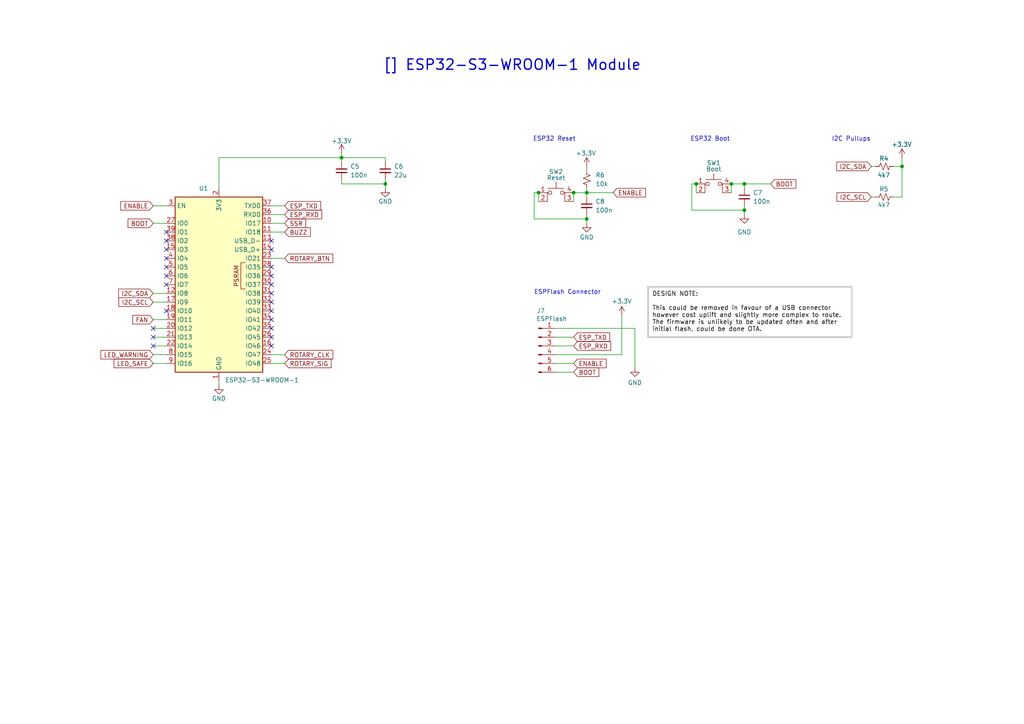
<source format=kicad_sch>
(kicad_sch (version 20250114) (generator "eeschema") (generator_version "9.0")
  (paper "A4")
  (title_block (title "ESP32-S3-WROOM-1 Module") (date "2025-03-08") (rev "1.2") (company "Wattle Labs"))
  (lib_symbols
    (symbol "Connector:Conn_01x06_Pin" (pin_names (offset 1.016) (hide yes))
      (property "Reference" "J" (at 0 7.62 0))
      (property "Value" "Conn_01x06_Pin" (at 0 -10.16 0))
      (symbol "Conn_01x06_Pin_1_1"
        (rectangle (start 0.8636 5.207) (end 0 4.953) (stroke (width 0.1524)) (fill (type outline)))
        (rectangle (start 0.8636 2.667) (end 0 2.413) (stroke (width 0.1524)) (fill (type outline)))
        (rectangle (start 0.8636 0.127) (end 0 -0.127) (stroke (width 0.1524)) (fill (type outline)))
        (rectangle (start 0.8636 -2.413) (end 0 -2.667) (stroke (width 0.1524)) (fill (type outline)))
        (rectangle (start 0.8636 -4.953) (end 0 -5.207) (stroke (width 0.1524)) (fill (type outline)))
        (rectangle (start 0.8636 -7.493) (end 0 -7.747) (stroke (width 0.1524)) (fill (type outline)))
        (polyline (pts (xy 1.27 5.08) (xy 0.8636 5.08)) (stroke (width 0.1524)))
        (polyline (pts (xy 1.27 2.54) (xy 0.8636 2.54)) (stroke (width 0.1524)))
        (polyline (pts (xy 1.27 0) (xy 0.8636 0)) (stroke (width 0.1524)))
        (polyline (pts (xy 1.27 -2.54) (xy 0.8636 -2.54)) (stroke (width 0.1524)))
        (polyline (pts (xy 1.27 -5.08) (xy 0.8636 -5.08)) (stroke (width 0.1524)))
        (polyline (pts (xy 1.27 -7.62) (xy 0.8636 -7.62)) (stroke (width 0.1524)))
        (pin passive line (at 5.08 5.08 180) (length 3.81) (name "Pin_1") (number "1"))
        (pin passive line (at 5.08 2.54 180) (length 3.81) (name "Pin_2") (number "2"))
        (pin passive line (at 5.08 0 180) (length 3.81) (name "Pin_3") (number "3"))
        (pin passive line (at 5.08 -2.54 180) (length 3.81) (name "Pin_4") (number "4"))
        (pin passive line (at 5.08 -5.08 180) (length 3.81) (name "Pin_5") (number "5"))
        (pin passive line (at 5.08 -7.62 180) (length 3.81) (name "Pin_6") (number "6"))
      )
    )
    (symbol "Device:C_Small" (pin_numbers (hide yes)) (pin_names (offset 0.254) (hide yes))
      (property "Reference" "C" (at 0.254 1.778 0))
      (property "Value" "C_Small" (at 0.254 -2.032 0))
      (symbol "C_Small_0_1"
        (polyline (pts (xy -1.524 0.508) (xy 1.524 0.508)) (stroke (width 0.3048)))
        (polyline (pts (xy -1.524 -0.508) (xy 1.524 -0.508)) (stroke (width 0.3302)))
      )
      (symbol "C_Small_1_1"
        (pin passive line (at 0 2.54 270) (length 2.032) (name "~") (number "1"))
        (pin passive line (at 0 -2.54 90) (length 2.032) (name "~") (number "2"))
      )
    )
    (symbol "Device:R_Small_US" (pin_numbers (hide yes)) (pin_names (offset 0.254) (hide yes))
      (property "Reference" "R" (at 0.762 0.508 0))
      (property "Value" "R_Small_US" (at 0.762 -1.016 0))
      (symbol "R_Small_US_1_1"
        (polyline (pts (xy 0 1.524) (xy 1.016 1.143) (xy 0 0.762) (xy -1.016 0.381) (xy 0 0)))
        (polyline (pts (xy 0 0) (xy 1.016 -0.381) (xy 0 -0.762) (xy -1.016 -1.143) (xy 0 -1.524)))
        (pin passive line (at 0 2.54 270) (length 1.016) (name "~") (number "1"))
        (pin passive line (at 0 -2.54 90) (length 1.016) (name "~") (number "2"))
      )
    )
    (symbol "RF_Module:ESP32-S3-WROOM-1"
      (property "Reference" "U" (at -12.7 26.67 0))
      (property "Value" "ESP32-S3-WROOM-1" (at 12.7 26.67 0))
      (symbol "ESP32-S3-WROOM-1_0_0"
        (rectangle (start -12.7 25.4) (end 12.7 -25.4) (stroke (width 0.254)) (fill (type background)))
        (text "PSRAM" (at 5.08 2.54 900) (effects (font (size 1.27 1.27))))
      )
      (symbol "ESP32-S3-WROOM-1_0_1"
        (polyline (pts (xy 7.62 -1.27) (xy 6.35 -1.27) (xy 6.35 6.35) (xy 7.62 6.35)))
      )
      (symbol "ESP32-S3-WROOM-1_1_1"
        (pin input line (at -15.24 22.86 0) (length 2.54) (name "EN") (number "3"))
        (pin bidirectional line (at -15.24 17.78 0) (length 2.54) (name "IO0") (number "27"))
        (pin bidirectional line (at -15.24 15.24 0) (length 2.54) (name "IO1") (number "39"))
        (pin bidirectional line (at -15.24 12.7 0) (length 2.54) (name "IO2") (number "38"))
        (pin bidirectional line (at -15.24 10.16 0) (length 2.54) (name "IO3") (number "15"))
        (pin bidirectional line (at -15.24 7.62 0) (length 2.54) (name "IO4") (number "4"))
        (pin bidirectional line (at -15.24 5.08 0) (length 2.54) (name "IO5") (number "5"))
        (pin bidirectional line (at -15.24 2.54 0) (length 2.54) (name "IO6") (number "6"))
        (pin bidirectional line (at -15.24 0 0) (length 2.54) (name "IO7") (number "7"))
        (pin bidirectional line (at -15.24 -2.54 0) (length 2.54) (name "IO8") (number "12"))
        (pin bidirectional line (at -15.24 -5.08 0) (length 2.54) (name "IO9") (number "17"))
        (pin bidirectional line (at -15.24 -7.62 0) (length 2.54) (name "IO10") (number "18"))
        (pin bidirectional line (at -15.24 -10.16 0) (length 2.54) (name "IO11") (number "19"))
        (pin bidirectional line (at -15.24 -12.7 0) (length 2.54) (name "IO12") (number "20"))
        (pin bidirectional line (at -15.24 -15.24 0) (length 2.54) (name "IO13") (number "21"))
        (pin bidirectional line (at -15.24 -17.78 0) (length 2.54) (name "IO14") (number "22"))
        (pin bidirectional line (at -15.24 -20.32 0) (length 2.54) (name "IO15") (number "8"))
        (pin bidirectional line (at -15.24 -22.86 0) (length 2.54) (name "IO16") (number "9"))
        (pin power_in line (at 0 27.94 270) (length 2.54) (name "3V3") (number "2"))
        (pin power_in line (at 0 -27.94 90) (length 2.54) (name "GND") (number "1"))
        (pin passive line (at 0 -27.94 90) (length 2.54) (hide yes) (name "GND") (number "40"))
        (pin passive line (at 0 -27.94 90) (length 2.54) (hide yes) (name "GND") (number "41"))
        (pin bidirectional line (at 15.24 22.86 180) (length 2.54) (name "TXD0") (number "37"))
        (pin bidirectional line (at 15.24 20.32 180) (length 2.54) (name "RXD0") (number "36"))
        (pin bidirectional line (at 15.24 17.78 180) (length 2.54) (name "IO17") (number "10"))
        (pin bidirectional line (at 15.24 15.24 180) (length 2.54) (name "IO18") (number "11"))
        (pin bidirectional line (at 15.24 12.7 180) (length 2.54) (name "USB_D-") (number "13"))
        (pin bidirectional line (at 15.24 10.16 180) (length 2.54) (name "USB_D+") (number "14"))
        (pin bidirectional line (at 15.24 7.62 180) (length 2.54) (name "IO21") (number "23"))
        (pin bidirectional line (at 15.24 5.08 180) (length 2.54) (name "IO35") (number "28"))
        (pin bidirectional line (at 15.24 2.54 180) (length 2.54) (name "IO36") (number "29"))
        (pin bidirectional line (at 15.24 0 180) (length 2.54) (name "IO37") (number "30"))
        (pin bidirectional line (at 15.24 -2.54 180) (length 2.54) (name "IO38") (number "31"))
        (pin bidirectional line (at 15.24 -5.08 180) (length 2.54) (name "IO39") (number "32"))
        (pin bidirectional line (at 15.24 -7.62 180) (length 2.54) (name "IO40") (number "33"))
        (pin bidirectional line (at 15.24 -10.16 180) (length 2.54) (name "IO41") (number "34"))
        (pin bidirectional line (at 15.24 -12.7 180) (length 2.54) (name "IO42") (number "35"))
        (pin bidirectional line (at 15.24 -15.24 180) (length 2.54) (name "IO45") (number "26"))
        (pin bidirectional line (at 15.24 -17.78 180) (length 2.54) (name "IO46") (number "16"))
        (pin bidirectional line (at 15.24 -20.32 180) (length 2.54) (name "IO47") (number "24"))
        (pin bidirectional line (at 15.24 -22.86 180) (length 2.54) (name "IO48") (number "25"))
      )
    )
    (symbol "Switch:SW_MEC_5E" (pin_names (offset 1.016) (hide yes))
      (property "Reference" "SW" (at 0.635 5.715 0))
      (property "Value" "SW_MEC_5E" (at 0 -3.175 0))
      (symbol "SW_MEC_5E_0_1"
        (polyline (pts (xy -2.54 0) (xy -2.54 2.54) (xy -2.286 2.54)))
        (polyline (pts (xy -2.286 3.81) (xy 2.286 3.81)))
        (circle (center -1.778 2.54) (radius 0.508))
        (polyline (pts (xy 0 3.81) (xy 0 5.588)))
        (circle (center 1.778 2.54) (radius 0.508))
        (polyline (pts (xy 2.54 0) (xy 2.54 2.54) (xy 2.286 2.54)))
        (pin passive line (at -5.08 2.54 0) (length 2.54) (name "1") (number "1"))
        (pin passive line (at -5.08 0 0) (length 2.54) (name "2") (number "2"))
        (pin passive line (at 5.08 2.54 180) (length 2.54) (name "A") (number "4"))
        (pin passive line (at 5.08 0 180) (length 2.54) (name "K") (number "3"))
      )
    )
    (symbol "power:+3.3V" (power) (pin_numbers (hide yes)) (pin_names (offset 0) (hide yes))
      (property "Value" "+3.3V" (at 0 3.556 0))
      (symbol "+3.3V_0_1"
        (polyline (pts (xy -0.762 1.27) (xy 0 2.54)))
        (polyline (pts (xy 0 2.54) (xy 0.762 1.27)))
        (polyline (pts (xy 0 0) (xy 0 2.54)))
      )
      (symbol "+3.3V_1_1"
        (pin power_in line (at 0 0 90) (length 0) (name "~") (number "1"))
      )
    )
    (symbol "power:GND" (power) (pin_numbers (hide yes)) (pin_names (offset 0) (hide yes))
      (property "Value" "GND" (at 0 -3.81 0))
      (symbol "GND_0_1"
        (polyline (pts (xy 0 0) (xy 0 -1.27) (xy 1.27 -1.27) (xy 0 -2.54) (xy -1.27 -1.27) (xy 0 -1.27)))
      )
      (symbol "GND_1_1"
        (pin power_in line (at 0 0 270) (length 0) (name "~") (number "1"))
      )
    )
  )
  (text "I2C Pullups" (at 246.888 40.386 0) (effects (font (size 1.27 1.27))))
  (text "ESP32 Reset" (at 160.782 40.386 0) (effects (font (size 1.27 1.27))))
  (text "ESP32 Boot" (at 205.994 40.386 0) (effects (font (size 1.27 1.27))))
  (text "ESPFlash Connector" (at 164.592 84.836 0) (effects (font (size 1.27 1.27))))
  (text_box "DESIGN NOTE:\n\nThis could be removed in favour of a USB connector however cost uplift and slightly more complex to route. The firmware is unlikely to be updated often and after initial flash, could be done OTA." (at 187.96 83.185 0) (size 59.055 14.605) (margins 1.2025 1.2025 1.2025 1.2025) (stroke (width 0.5) (color 200 200 200 1)) (effects (font (size 1.27 1.27)) (justify left top)))
  (text_box "[${#}] ${TITLE}" (at 12.065 12.065 0) (size 273.05 13.335) (margins 2.2499 2.2499 2.2499 2.2499) (stroke (width -0.0001)) (effects (font (size 3 3) (thickness 0.375))))
  (junction (at 212.09 53.34))
  (junction (at 156.21 55.88))
  (junction (at 215.9 60.96))
  (junction (at 111.76 53.34))
  (junction (at 166.37 55.88))
  (junction (at 99.06 45.72))
  (junction (at 170.18 63.5))
  (junction (at 261.62 48.26))
  (junction (at 215.9 53.34))
  (junction (at 201.93 53.34))
  (junction (at 170.18 55.88))
  (no_connect (at 48.26 67.31))
  (no_connect (at 48.26 82.55))
  (no_connect (at 48.26 77.47))
  (no_connect (at 78.74 87.63))
  (no_connect (at 78.74 77.47))
  (no_connect (at 78.74 69.85))
  (no_connect (at 78.74 95.25))
  (no_connect (at 78.74 72.39))
  (no_connect (at 78.74 92.71))
  (no_connect (at 78.74 100.33))
  (no_connect (at 48.26 80.01))
  (no_connect (at 78.74 80.01))
  (no_connect (at 44.45 100.33))
  (no_connect (at 48.26 69.85))
  (no_connect (at 44.45 95.25))
  (no_connect (at 78.74 82.55))
  (no_connect (at 78.74 97.79))
  (no_connect (at 78.74 85.09))
  (no_connect (at 48.26 72.39))
  (no_connect (at 44.45 97.79))
  (no_connect (at 48.26 74.93))
  (no_connect (at 78.74 90.17))
  (no_connect (at 48.26 90.17))
  (wire (pts (xy 78.74 105.41) (xy 82.55 105.41)))
  (wire (pts (xy 261.62 48.26) (xy 261.62 57.15)))
  (wire (pts (xy 99.06 53.34) (xy 111.76 53.34)))
  (wire (pts (xy 252.73 48.26) (xy 254 48.26)))
  (wire (pts (xy 78.74 64.77) (xy 82.55 64.77)))
  (wire (pts (xy 99.06 44.45) (xy 99.06 45.72)))
  (wire (pts (xy 99.06 45.72) (xy 99.06 46.99)))
  (wire (pts (xy 170.18 48.26) (xy 170.18 49.53)))
  (wire (pts (xy 44.45 105.41) (xy 48.26 105.41)))
  (wire (pts (xy 78.74 59.69) (xy 82.55 59.69)))
  (wire (pts (xy 170.18 62.23) (xy 170.18 63.5)))
  (wire (pts (xy 166.37 55.88) (xy 170.18 55.88)))
  (wire (pts (xy 166.37 55.88) (xy 166.37 58.42)))
  (wire (pts (xy 261.62 57.15) (xy 259.08 57.15)))
  (wire (pts (xy 170.18 55.88) (xy 170.18 54.61)))
  (wire (pts (xy 161.29 107.95) (xy 166.37 107.95)))
  (wire (pts (xy 161.29 105.41) (xy 166.37 105.41)))
  (wire (pts (xy 223.52 53.34) (xy 215.9 53.34)))
  (wire (pts (xy 161.29 100.33) (xy 166.37 100.33)))
  (wire (pts (xy 200.66 60.96) (xy 215.9 60.96)))
  (wire (pts (xy 170.18 55.88) (xy 170.18 57.15)))
  (wire (pts (xy 161.29 97.79) (xy 166.37 97.79)))
  (wire (pts (xy 44.45 87.63) (xy 48.26 87.63)))
  (wire (pts (xy 99.06 45.72) (xy 63.5 45.72)))
  (wire (pts (xy 170.18 64.77) (xy 170.18 63.5)))
  (wire (pts (xy 82.55 74.93) (xy 78.74 74.93)))
  (wire (pts (xy 154.94 55.88) (xy 154.94 63.5)))
  (wire (pts (xy 184.15 106.68) (xy 184.15 95.25)))
  (wire (pts (xy 44.45 97.79) (xy 48.26 97.79)))
  (wire (pts (xy 111.76 45.72) (xy 111.76 46.99)))
  (wire (pts (xy 156.21 55.88) (xy 156.21 58.42)))
  (wire (pts (xy 161.29 102.87) (xy 180.34 102.87)))
  (wire (pts (xy 200.66 53.34) (xy 201.93 53.34)))
  (wire (pts (xy 261.62 48.26) (xy 259.08 48.26)))
  (wire (pts (xy 44.45 95.25) (xy 48.26 95.25)))
  (wire (pts (xy 44.45 92.71) (xy 48.26 92.71)))
  (wire (pts (xy 161.29 95.25) (xy 184.15 95.25)))
  (wire (pts (xy 261.62 45.72) (xy 261.62 48.26)))
  (wire (pts (xy 177.8 55.88) (xy 170.18 55.88)))
  (wire (pts (xy 215.9 53.34) (xy 215.9 54.61)))
  (wire (pts (xy 99.06 53.34) (xy 99.06 52.07)))
  (wire (pts (xy 78.74 62.23) (xy 82.55 62.23)))
  (wire (pts (xy 78.74 102.87) (xy 82.55 102.87)))
  (wire (pts (xy 44.45 59.69) (xy 48.26 59.69)))
  (wire (pts (xy 200.66 53.34) (xy 200.66 60.96)))
  (wire (pts (xy 212.09 53.34) (xy 212.09 55.88)))
  (wire (pts (xy 78.74 67.31) (xy 82.55 67.31)))
  (wire (pts (xy 99.06 45.72) (xy 111.76 45.72)))
  (wire (pts (xy 212.09 53.34) (xy 215.9 53.34)))
  (wire (pts (xy 180.34 91.44) (xy 180.34 102.87)))
  (wire (pts (xy 111.76 53.34) (xy 111.76 54.61)))
  (wire (pts (xy 63.5 110.49) (xy 63.5 111.76)))
  (wire (pts (xy 111.76 53.34) (xy 111.76 52.07)))
  (wire (pts (xy 154.94 55.88) (xy 156.21 55.88)))
  (wire (pts (xy 44.45 100.33) (xy 48.26 100.33)))
  (wire (pts (xy 201.93 53.34) (xy 201.93 55.88)))
  (wire (pts (xy 44.45 85.09) (xy 48.26 85.09)))
  (wire (pts (xy 63.5 45.72) (xy 63.5 54.61)))
  (wire (pts (xy 252.73 57.15) (xy 254 57.15)))
  (wire (pts (xy 44.45 64.77) (xy 48.26 64.77)))
  (wire (pts (xy 154.94 63.5) (xy 170.18 63.5)))
  (wire (pts (xy 215.9 59.69) (xy 215.9 60.96)))
  (wire (pts (xy 215.9 62.23) (xy 215.9 60.96)))
  (wire (pts (xy 44.45 102.87) (xy 48.26 102.87)))
  (global_label "SSR" (shape input) (at 82.55 64.77 0) (property "Intersheetrefs" "${INTERSHEET_REFS}" (effects (hide yes))))
  (global_label "ROTARY_BTN" (shape input) (at 82.55 74.93 0) (property "Intersheetrefs" "${INTERSHEET_REFS}" (effects (hide yes))))
  (global_label "LED_WARNING" (shape input) (at 44.45 102.87 180) (property "Intersheetrefs" "${INTERSHEET_REFS}" (effects (hide yes))))
  (global_label "ESP_TXD" (shape input) (at 166.37 97.79 0) (property "Intersheetrefs" "${INTERSHEET_REFS}" (effects (hide yes))))
  (global_label "I2C_SCL" (shape input) (at 252.73 57.15 180) (property "Intersheetrefs" "${INTERSHEET_REFS}" (effects (hide yes))))
  (global_label "ESP_RXD" (shape input) (at 166.37 100.33 0) (property "Intersheetrefs" "${INTERSHEET_REFS}" (effects (hide yes))))
  (global_label "ROTARY_SIG" (shape input) (at 82.55 105.41 0) (property "Intersheetrefs" "${INTERSHEET_REFS}" (effects (hide yes))))
  (global_label "ESP_TXD" (shape input) (at 82.55 59.69 0) (property "Intersheetrefs" "${INTERSHEET_REFS}" (effects (hide yes))))
  (global_label "FAN" (shape input) (at 44.45 92.71 180) (property "Intersheetrefs" "${INTERSHEET_REFS}" (effects (hide yes))))
  (global_label "ENABLE" (shape input) (at 177.8 55.88 0) (property "Intersheetrefs" "${INTERSHEET_REFS}" (effects (hide yes))))
  (global_label "BOOT" (shape input) (at 166.37 107.95 0) (property "Intersheetrefs" "${INTERSHEET_REFS}" (effects (hide yes))))
  (global_label "ROTARY_CLK" (shape input) (at 82.55 102.87 0) (property "Intersheetrefs" "${INTERSHEET_REFS}" (effects (hide yes))))
  (global_label "ESP_RXD" (shape input) (at 82.55 62.23 0) (property "Intersheetrefs" "${INTERSHEET_REFS}" (effects (hide yes))))
  (global_label "BUZZ" (shape input) (at 82.55 67.31 0) (property "Intersheetrefs" "${INTERSHEET_REFS}" (effects (hide yes))))
  (global_label "I2C_SCL" (shape input) (at 44.45 87.63 180) (property "Intersheetrefs" "${INTERSHEET_REFS}" (effects (hide yes))))
  (global_label "BOOT" (shape input) (at 223.52 53.34 0) (property "Intersheetrefs" "${INTERSHEET_REFS}" (effects (hide yes))))
  (global_label "I2C_SDA" (shape input) (at 44.45 85.09 180) (property "Intersheetrefs" "${INTERSHEET_REFS}" (effects (hide yes))))
  (global_label "LED_SAFE" (shape input) (at 44.45 105.41 180) (property "Intersheetrefs" "${INTERSHEET_REFS}" (effects (hide yes))))
  (global_label "I2C_SDA" (shape input) (at 252.73 48.26 180) (property "Intersheetrefs" "${INTERSHEET_REFS}" (effects (hide yes))))
  (global_label "ENABLE" (shape input) (at 166.37 105.41 0) (property "Intersheetrefs" "${INTERSHEET_REFS}" (effects (hide yes))))
  (global_label "BOOT" (shape input) (at 44.45 64.77 180) (property "Intersheetrefs" "${INTERSHEET_REFS}" (effects (hide yes))))
  (global_label "ENABLE" (shape input) (at 44.45 59.69 180) (property "Intersheetrefs" "${INTERSHEET_REFS}" (effects (hide yes))))
  (symbol (lib_id "power:GND") (at 111.76 54.61 0) (unit 1)
    (property "Reference" "#PWR027" (effects (hide yes)))
    (property "Value" "GND" (at 111.76 58.42 0))
    (property "Description" "Power symbol creates a global label with name \"GND\" , ground" (effects (hide yes)))
  )
  (symbol (lib_id "power:GND") (at 63.5 111.76 0) (unit 1)
    (property "Reference" "#PWR04" (effects (hide yes)))
    (property "Value" "GND" (at 63.5 115.57 0))
    (property "Description" "Power symbol creates a global label with name \"GND\" , ground" (effects (hide yes)))
  )
  (symbol (lib_id "Device:R_Small_US") (at 256.54 48.26 270) (unit 1)
    (property "Reference" "R4" (at 255.016 45.974 90) (effects (justify left)))
    (property "Value" "4k7" (at 254.508 50.8 90) (effects (justify left)))
    (property "Footprint" "Resistor_SMD:R_0603_1608Metric_Pad0.98x0.95mm_HandSolder" (effects (hide yes)))
    (property "Description" "Resistor, small US symbol" (effects (hide yes)))
    (property "Digikey_PN" "541-3993-1-ND" (effects (hide yes)))
  )
  (symbol (lib_id "power:+3.3V") (at 99.06 44.45 0) (unit 1)
    (property "Reference" "#PWR026" (effects (hide yes)))
    (property "Value" "+3.3V" (at 99.06 40.894 0))
    (property "Description" "Power symbol creates a global label with name \"+3.3V\"" (effects (hide yes)))
  )
  (symbol (lib_id "power:+3.3V") (at 180.34 91.44 0) (unit 1)
    (property "Reference" "#PWR032" (effects (hide yes)))
    (property "Value" "+3.3V" (at 180.34 87.376 0))
    (property "Description" "Power symbol creates a global label with name \"+3.3V\"" (effects (hide yes)))
  )
  (symbol (lib_id "Switch:SW_MEC_5E") (at 161.29 58.42 0) (unit 1)
    (property "Reference" "SW2" (at 161.29 49.784 0))
    (property "Value" "Reset" (at 161.29 51.562 0))
    (property "Footprint" "Button_Switch_SMD:SW_SPST_PTS810" (effects (hide yes)))
    (property "Datasheet" "https://www.ckswitches.com/media/1476/pts810.pdf" (effects (hide yes)))
    (property "Description" "Tactile Switch SPST-NO Top Actuated Surface Mount" (effects (hide yes)))
    (property "Supplier" "https://www.digikey.co.nz/en/products/detail/c-k/PTS810SJS250SMTR-LFS/4142163" (effects (hide yes)))
    (property "Digikey_PN" "CKN10878CT-ND" (effects (hide yes)))
  )
  (symbol (lib_id "Device:R_Small_US") (at 170.18 52.07 180) (unit 1)
    (property "Reference" "R6" (at 172.72 50.7999 0) (effects (justify right)))
    (property "Value" "10k" (at 172.72 53.3399 0) (effects (justify right)))
    (property "Footprint" "Resistor_SMD:R_0603_1608Metric_Pad0.98x0.95mm_HandSolder" (effects (hide yes)))
    (property "Description" "Resistor, small US symbol" (effects (hide yes)))
    (property "Digikey_PN" "541-10.0KHCT-ND" (effects (hide yes)))
  )
  (symbol (lib_id "Device:C_Small") (at 215.9 57.15 0) (unit 1)
    (property "Reference" "C7" (at 218.44 55.8862 0) (effects (justify left)))
    (property "Value" "100n" (at 218.44 58.4262 0) (effects (justify left)))
    (property "Footprint" "Capacitor_SMD:C_0603_1608Metric" (effects (hide yes)))
    (property "Description" "Unpolarized capacitor, small symbol" (effects (hide yes)))
    (property "Digikey_PN" "399-C0603C104K4RACTUCT-ND" (effects (hide yes)))
  )
  (symbol (lib_id "Connector:Conn_01x06_Pin") (at 156.21 100.33 0) (unit 1)
    (property "Reference" "J7" (at 156.845 90.17 0))
    (property "Value" "ESPFlash" (at 160.02 92.456 0))
    (property "Footprint" "Connector_PinHeader_2.54mm:PinHeader_1x06_P2.54mm_Vertical" (effects (hide yes)))
    (property "Description" "Generic connector, single row, 01x06, script generated" (effects (hide yes)))
  )
  (symbol (lib_id "power:+3.3V") (at 170.18 48.26 0) (unit 1)
    (property "Reference" "#PWR029" (effects (hide yes)))
    (property "Value" "+3.3V" (at 169.926 44.45 0))
    (property "Description" "Power symbol creates a global label with name \"+3.3V\"" (effects (hide yes)))
  )
  (symbol (lib_id "power:GND") (at 170.18 64.77 0) (unit 1)
    (property "Reference" "#PWR031" (effects (hide yes)))
    (property "Value" "GND" (at 170.18 68.834 0))
    (property "Description" "Power symbol creates a global label with name \"GND\" , ground" (effects (hide yes)))
  )
  (symbol (lib_id "Device:C_Small") (at 111.76 49.53 0) (unit 1)
    (property "Reference" "C6" (at 114.3 48.2662 0) (effects (justify left)))
    (property "Value" "22u" (at 114.3 50.8062 0) (effects (justify left)))
    (property "Footprint" "Capacitor_SMD:C_0805_2012Metric" (effects (hide yes)))
    (property "Description" "22 µF ±20% 16V Ceramic Capacitor X5R 0805 (2012 Metric)" (effects (hide yes)))
    (property "Supplier" "https://www.digikey.co.nz/en/products/detail/samsung-electro-mechanics/CL21A226MOQNNNE/3888567" (effects (hide yes)))
    (property "Digikey_PN" "1276-2909-1-ND" (effects (hide yes)))
  )
  (symbol (lib_id "power:GND") (at 184.15 106.68 0) (unit 1)
    (property "Reference" "#PWR033" (effects (hide yes)))
    (property "Value" "GND" (at 184.15 110.998 0))
    (property "Description" "Power symbol creates a global label with name \"GND\" , ground" (effects (hide yes)))
  )
  (symbol (lib_id "Device:R_Small_US") (at 256.54 57.15 270) (unit 1)
    (property "Reference" "R5" (at 255.016 54.864 90) (effects (justify left)))
    (property "Value" "4k7" (at 254.508 59.436 90) (effects (justify left)))
    (property "Footprint" "Resistor_SMD:R_0603_1608Metric_Pad0.98x0.95mm_HandSolder" (effects (hide yes)))
    (property "Description" "Resistor, small US symbol" (effects (hide yes)))
    (property "Digikey_PN" "541-3993-1-ND" (effects (hide yes)))
  )
  (symbol (lib_id "power:+3.3V") (at 261.62 45.72 0) (unit 1)
    (property "Reference" "#PWR028" (effects (hide yes)))
    (property "Value" "+3.3V" (at 258.572 41.91 0) (effects (justify left)))
    (property "Description" "Power symbol creates a global label with name \"+3.3V\"" (effects (hide yes)))
  )
  (symbol (lib_id "power:GND") (at 215.9 62.23 0) (unit 1)
    (property "Reference" "#PWR013" (effects (hide yes)))
    (property "Value" "GND" (at 215.9 67.31 0))
    (property "Description" "Power symbol creates a global label with name \"GND\" , ground" (effects (hide yes)))
  )
  (symbol (lib_id "Switch:SW_MEC_5E") (at 207.01 55.88 0) (unit 1)
    (property "Reference" "SW1" (at 207.01 47.244 0))
    (property "Value" "Boot" (at 207.01 49.022 0))
    (property "Footprint" "Button_Switch_SMD:SW_SPST_PTS810" (effects (hide yes)))
    (property "Datasheet" "https://www.ckswitches.com/media/1476/pts810.pdf" (effects (hide yes)))
    (property "Description" "Tactile Switch SPST-NO Top Actuated Surface Mount" (effects (hide yes)))
    (property "Supplier" "https://www.digikey.co.nz/en/products/detail/c-k/PTS810SJS250SMTR-LFS/4142163" (effects (hide yes)))
    (property "Digikey_PN" "CKN10878CT-ND" (effects (hide yes)))
  )
  (symbol (lib_id "Device:C_Small") (at 99.06 49.53 0) (unit 1)
    (property "Reference" "C5" (at 101.6 48.2662 0) (effects (justify left)))
    (property "Value" "100n" (at 101.6 50.8062 0) (effects (justify left)))
    (property "Footprint" "Capacitor_SMD:C_0603_1608Metric" (effects (hide yes)))
    (property "Description" "0.1 µF ±10% 16V Ceramic Capacitor X7R 0603 (1608 Metric)" (effects (hide yes)))
    (property "Supplier" "https://www.digikey.co.nz/en/products/detail/yageo/CC0603KRX7R7BB104/302822" (effects (hide yes)))
    (property "Digikey_PN" "399-C0603C104K4RACTUCT-ND" (effects (hide yes)))
  )
  (symbol (lib_id "RF_Module:ESP32-S3-WROOM-1") (at 63.5 82.55 0) (unit 1)
    (property "Reference" "U1" (at 57.658 54.61 0) (effects (justify left)))
    (property "Value" "ESP32-S3-WROOM-1" (at 65.278 110.236 0) (effects (justify left)))
    (property "Footprint" "RF_Module:ESP32-S3-WROOM-1" (effects (hide yes)))
    (property "Datasheet" "https://www.espressif.com/sites/default/files/documentation/esp32-s3-wroom-1_wroom-1u_datasheet_en.pdf" (effects (hide yes)))
    (property "Description" "RF Module, ESP32-S3 SoC, Wi-Fi 802.11b/g/n, Bluetooth, BLE, 32-bit, 3.3V, onboard antenna, SMD" (effects (hide yes)))
    (property "Digikey_PN" "1965-ESP32-S3-WROOM-1-N4R2CT-ND" (effects (hide yes)))
  )
  (symbol (lib_id "Device:C_Small") (at 170.18 59.69 0) (unit 1)
    (property "Reference" "C8" (at 172.72 58.4262 0) (effects (justify left)))
    (property "Value" "100n" (at 172.72 60.9662 0) (effects (justify left)))
    (property "Footprint" "Capacitor_SMD:C_0603_1608Metric" (effects (hide yes)))
    (property "Description" "Unpolarized capacitor, small symbol" (effects (hide yes)))
    (property "Digikey_PN" "399-C0603C104K4RACTUCT-ND" (effects (hide yes)))
  )
)
</source>
